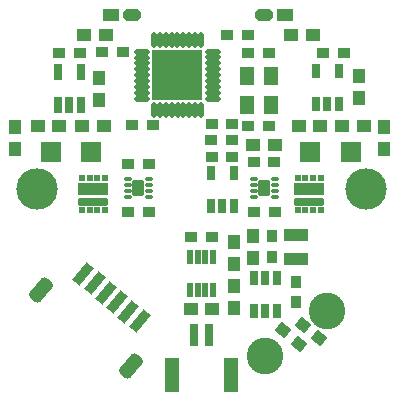
<source format=gts>
G04*
G04 #@! TF.GenerationSoftware,Altium Limited,Altium Designer,20.0.13 (296)*
G04*
G04 Layer_Color=8388736*
%FSLAX24Y24*%
%MOIN*%
G70*
G01*
G75*
%ADD47R,0.0480X0.0395*%
%ADD48R,0.0430X0.0380*%
G04:AMPARAMS|DCode=49|XSize=43mil|YSize=38mil|CornerRadius=0mil|HoleSize=0mil|Usage=FLASHONLY|Rotation=320.000|XOffset=0mil|YOffset=0mil|HoleType=Round|Shape=Rectangle|*
%AMROTATEDRECTD49*
4,1,4,-0.0287,-0.0007,-0.0043,0.0284,0.0287,0.0007,0.0043,-0.0284,-0.0287,-0.0007,0.0*
%
%ADD49ROTATEDRECTD49*%

G04:AMPARAMS|DCode=50|XSize=15.7mil|YSize=23.6mil|CornerRadius=3.4mil|HoleSize=0mil|Usage=FLASHONLY|Rotation=90.000|XOffset=0mil|YOffset=0mil|HoleType=Round|Shape=RoundedRectangle|*
%AMROUNDEDRECTD50*
21,1,0.0157,0.0167,0,0,90.0*
21,1,0.0089,0.0236,0,0,90.0*
1,1,0.0069,0.0084,0.0044*
1,1,0.0069,0.0084,-0.0044*
1,1,0.0069,-0.0084,-0.0044*
1,1,0.0069,-0.0084,0.0044*
%
%ADD50ROUNDEDRECTD50*%
G04:AMPARAMS|DCode=51|XSize=55.1mil|YSize=39.4mil|CornerRadius=4.6mil|HoleSize=0mil|Usage=FLASHONLY|Rotation=90.000|XOffset=0mil|YOffset=0mil|HoleType=Round|Shape=RoundedRectangle|*
%AMROUNDEDRECTD51*
21,1,0.0551,0.0301,0,0,90.0*
21,1,0.0459,0.0394,0,0,90.0*
1,1,0.0093,0.0151,0.0229*
1,1,0.0093,0.0151,-0.0229*
1,1,0.0093,-0.0151,-0.0229*
1,1,0.0093,-0.0151,0.0229*
%
%ADD51ROUNDEDRECTD51*%
G04:AMPARAMS|DCode=52|XSize=31.5mil|YSize=74.8mil|CornerRadius=0mil|HoleSize=0mil|Usage=FLASHONLY|Rotation=140.000|XOffset=0mil|YOffset=0mil|HoleType=Round|Shape=Rectangle|*
%AMROTATEDRECTD52*
4,1,4,0.0361,0.0185,-0.0120,-0.0388,-0.0361,-0.0185,0.0120,0.0388,0.0361,0.0185,0.0*
%
%ADD52ROTATEDRECTD52*%

G04:AMPARAMS|DCode=53|XSize=47.2mil|YSize=86.6mil|CornerRadius=13.8mil|HoleSize=0mil|Usage=FLASHONLY|Rotation=320.000|XOffset=0mil|YOffset=0mil|HoleType=Round|Shape=RoundedRectangle|*
%AMROUNDEDRECTD53*
21,1,0.0472,0.0591,0,0,320.0*
21,1,0.0197,0.0866,0,0,320.0*
1,1,0.0276,-0.0114,-0.0289*
1,1,0.0276,-0.0265,-0.0163*
1,1,0.0276,0.0114,0.0289*
1,1,0.0276,0.0265,0.0163*
%
%ADD53ROUNDEDRECTD53*%
%ADD54R,0.0315X0.0748*%
%ADD55R,0.0472X0.1181*%
%ADD56C,0.1220*%
%ADD57R,0.0395X0.0480*%
%ADD58R,0.0257X0.0474*%
%ADD59R,0.0380X0.0430*%
%ADD60R,0.0208X0.0474*%
%ADD61R,0.0787X0.0394*%
G04:AMPARAMS|DCode=62|XSize=100.4mil|YSize=26.2mil|CornerRadius=3.6mil|HoleSize=0mil|Usage=FLASHONLY|Rotation=180.000|XOffset=0mil|YOffset=0mil|HoleType=Round|Shape=RoundedRectangle|*
%AMROUNDEDRECTD62*
21,1,0.1004,0.0189,0,0,180.0*
21,1,0.0931,0.0262,0,0,180.0*
1,1,0.0073,-0.0466,0.0095*
1,1,0.0073,0.0466,0.0095*
1,1,0.0073,0.0466,-0.0095*
1,1,0.0073,-0.0466,-0.0095*
%
%ADD62ROUNDEDRECTD62*%
G04:AMPARAMS|DCode=63|XSize=100.4mil|YSize=43.3mil|CornerRadius=4.9mil|HoleSize=0mil|Usage=FLASHONLY|Rotation=180.000|XOffset=0mil|YOffset=0mil|HoleType=Round|Shape=RoundedRectangle|*
%AMROUNDEDRECTD63*
21,1,0.1004,0.0335,0,0,180.0*
21,1,0.0906,0.0433,0,0,180.0*
1,1,0.0098,-0.0453,0.0167*
1,1,0.0098,0.0453,0.0167*
1,1,0.0098,0.0453,-0.0167*
1,1,0.0098,-0.0453,-0.0167*
%
%ADD63ROUNDEDRECTD63*%
G04:AMPARAMS|DCode=64|XSize=21.7mil|YSize=21.7mil|CornerRadius=4.2mil|HoleSize=0mil|Usage=FLASHONLY|Rotation=180.000|XOffset=0mil|YOffset=0mil|HoleType=Round|Shape=RoundedRectangle|*
%AMROUNDEDRECTD64*
21,1,0.0217,0.0133,0,0,180.0*
21,1,0.0133,0.0217,0,0,180.0*
1,1,0.0084,-0.0066,0.0066*
1,1,0.0084,0.0066,0.0066*
1,1,0.0084,0.0066,-0.0066*
1,1,0.0084,-0.0066,-0.0066*
%
%ADD64ROUNDEDRECTD64*%
%ADD65R,0.0680X0.0710*%
%ADD66R,0.0513X0.0592*%
%ADD67R,0.0277X0.0552*%
G04:AMPARAMS|DCode=68|XSize=58mil|YSize=43mil|CornerRadius=0mil|HoleSize=0mil|Usage=FLASHONLY|Rotation=180.000|XOffset=0mil|YOffset=0mil|HoleType=Round|Shape=Octagon|*
%AMOCTAGOND68*
4,1,8,-0.0290,0.0108,-0.0290,-0.0108,-0.0183,-0.0215,0.0183,-0.0215,0.0290,-0.0108,0.0290,0.0108,0.0183,0.0215,-0.0183,0.0215,-0.0290,0.0108,0.0*
%
%ADD68OCTAGOND68*%

%ADD69R,0.0580X0.0430*%
%ADD70R,0.1694X0.1694*%
%ADD71O,0.0190X0.0513*%
%ADD72O,0.0513X0.0190*%
%ADD73C,0.1379*%
D47*
X44355Y21880D02*
D03*
X43625D02*
D03*
X41535Y16400D02*
D03*
X42265D02*
D03*
X47315Y22515D02*
D03*
X46585D02*
D03*
X45135D02*
D03*
X45865D02*
D03*
X45615Y25550D02*
D03*
X44885D02*
D03*
X38663Y22503D02*
D03*
X37933D02*
D03*
X36435Y22500D02*
D03*
X37165D02*
D03*
X37985Y25550D02*
D03*
X38715D02*
D03*
D48*
X42920Y22030D02*
D03*
X42230D02*
D03*
X41560Y18800D02*
D03*
X42250D02*
D03*
X43652Y19651D02*
D03*
X44342D02*
D03*
X44330Y21300D02*
D03*
X43640D02*
D03*
X42240Y21490D02*
D03*
X42930D02*
D03*
X42240Y22590D02*
D03*
X42930D02*
D03*
X44140Y22500D02*
D03*
X43450D02*
D03*
X45960Y24950D02*
D03*
X46650D02*
D03*
X43460D02*
D03*
X44150D02*
D03*
X43450Y25549D02*
D03*
X42760D02*
D03*
X39460Y19650D02*
D03*
X40150D02*
D03*
X40140Y21251D02*
D03*
X39450D02*
D03*
X39600Y22530D02*
D03*
X40290D02*
D03*
X37160Y24950D02*
D03*
X37850D02*
D03*
X39270Y24990D02*
D03*
X38580D02*
D03*
D49*
X45150Y15261D02*
D03*
X44622Y15705D02*
D03*
X45810Y15451D02*
D03*
X45282Y15895D02*
D03*
D50*
X43637Y20746D02*
D03*
Y20549D02*
D03*
Y20352D02*
D03*
Y20155D02*
D03*
X44346D02*
D03*
Y20352D02*
D03*
Y20549D02*
D03*
Y20746D02*
D03*
X39446Y20155D02*
D03*
Y20352D02*
D03*
Y20548D02*
D03*
Y20745D02*
D03*
X40154D02*
D03*
Y20548D02*
D03*
Y20352D02*
D03*
Y20155D02*
D03*
D51*
X43992Y20451D02*
D03*
X39800Y20450D02*
D03*
D52*
X37959Y17578D02*
D03*
X38336Y17262D02*
D03*
X38713Y16945D02*
D03*
X39090Y16629D02*
D03*
X39844Y15996D02*
D03*
X39467Y16313D02*
D03*
D53*
X36554Y17036D02*
D03*
X39554Y14518D02*
D03*
D54*
X42146Y15541D02*
D03*
X41654D02*
D03*
D55*
X42874Y14222D02*
D03*
X40926D02*
D03*
D56*
X44030Y14860D02*
D03*
X46090Y16340D02*
D03*
D57*
X42980Y16450D02*
D03*
Y17180D02*
D03*
X43620Y18115D02*
D03*
Y18845D02*
D03*
X42980Y17925D02*
D03*
Y18655D02*
D03*
X48000Y22465D02*
D03*
Y21735D02*
D03*
X47150Y24165D02*
D03*
Y23435D02*
D03*
X35700Y22465D02*
D03*
Y21735D02*
D03*
X38500Y24115D02*
D03*
Y23385D02*
D03*
D58*
X44404Y16337D02*
D03*
X44030D02*
D03*
X43656D02*
D03*
Y17437D02*
D03*
X44030D02*
D03*
X44404D02*
D03*
X42974Y19849D02*
D03*
X42226D02*
D03*
X42600D02*
D03*
X42226Y20951D02*
D03*
X42974D02*
D03*
X46474Y23249D02*
D03*
X45726D02*
D03*
X46100D02*
D03*
X45726Y24351D02*
D03*
X46474D02*
D03*
D59*
X45050Y17320D02*
D03*
Y16630D02*
D03*
X44240Y18150D02*
D03*
Y18840D02*
D03*
D60*
X41772Y17050D02*
D03*
X41516D02*
D03*
Y18150D02*
D03*
X41772D02*
D03*
X42028D02*
D03*
X42284D02*
D03*
X42028Y17050D02*
D03*
X42284D02*
D03*
D61*
X45040Y18083D02*
D03*
Y18870D02*
D03*
D62*
X45496Y19993D02*
D03*
X38300Y19994D02*
D03*
D63*
X45496Y20422D02*
D03*
X38300Y20423D02*
D03*
D64*
X45112Y20790D02*
D03*
X45368D02*
D03*
X45624D02*
D03*
X45880D02*
D03*
Y19707D02*
D03*
X45624D02*
D03*
X45368D02*
D03*
X45112D02*
D03*
X37916Y20791D02*
D03*
X38172D02*
D03*
X38428D02*
D03*
X38684D02*
D03*
Y19709D02*
D03*
X38428D02*
D03*
X38172D02*
D03*
X37916D02*
D03*
D65*
X46875Y21650D02*
D03*
X45525D02*
D03*
X36875D02*
D03*
X38225D02*
D03*
D66*
X43430Y24190D02*
D03*
X44220D02*
D03*
X43430Y23220D02*
D03*
X44220D02*
D03*
D67*
X37874Y24301D02*
D03*
X37126D02*
D03*
X37500Y23199D02*
D03*
X37126D02*
D03*
X37874D02*
D03*
D68*
X44000Y26197D02*
D03*
X39600D02*
D03*
D69*
X44700D02*
D03*
X38900D02*
D03*
D70*
X41100Y24200D02*
D03*
D71*
X41888Y25370D02*
D03*
X41692D02*
D03*
X41495D02*
D03*
X41298D02*
D03*
X41101D02*
D03*
X40904D02*
D03*
X40707D02*
D03*
X40510D02*
D03*
X40310D02*
D03*
X40316Y23030D02*
D03*
X40512D02*
D03*
X40709D02*
D03*
X40906D02*
D03*
X41103D02*
D03*
X41300D02*
D03*
X41497D02*
D03*
X41694D02*
D03*
X41890D02*
D03*
D72*
X39930Y23416D02*
D03*
Y23612D02*
D03*
Y23809D02*
D03*
Y24006D02*
D03*
Y24203D02*
D03*
Y24400D02*
D03*
Y24597D02*
D03*
Y24794D02*
D03*
Y24990D02*
D03*
X42270Y24994D02*
D03*
Y24798D02*
D03*
Y24601D02*
D03*
Y24404D02*
D03*
Y24207D02*
D03*
Y24010D02*
D03*
Y23813D02*
D03*
Y23616D02*
D03*
Y23420D02*
D03*
D73*
X47372Y20400D02*
D03*
X36428D02*
D03*
M02*

</source>
